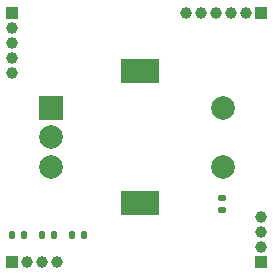
<source format=gbs>
%TF.GenerationSoftware,KiCad,Pcbnew,9.0.5-1.fc42*%
%TF.CreationDate,2025-12-03T04:58:23+01:00*%
%TF.ProjectId,Block-RotaryEncoder-Button,426c6f63-6b2d-4526-9f74-617279456e63,1*%
%TF.SameCoordinates,Original*%
%TF.FileFunction,Soldermask,Bot*%
%TF.FilePolarity,Negative*%
%FSLAX46Y46*%
G04 Gerber Fmt 4.6, Leading zero omitted, Abs format (unit mm)*
G04 Created by KiCad (PCBNEW 9.0.5-1.fc42) date 2025-12-03 04:58:23*
%MOMM*%
%LPD*%
G01*
G04 APERTURE LIST*
G04 Aperture macros list*
%AMRoundRect*
0 Rectangle with rounded corners*
0 $1 Rounding radius*
0 $2 $3 $4 $5 $6 $7 $8 $9 X,Y pos of 4 corners*
0 Add a 4 corners polygon primitive as box body*
4,1,4,$2,$3,$4,$5,$6,$7,$8,$9,$2,$3,0*
0 Add four circle primitives for the rounded corners*
1,1,$1+$1,$2,$3*
1,1,$1+$1,$4,$5*
1,1,$1+$1,$6,$7*
1,1,$1+$1,$8,$9*
0 Add four rect primitives between the rounded corners*
20,1,$1+$1,$2,$3,$4,$5,0*
20,1,$1+$1,$4,$5,$6,$7,0*
20,1,$1+$1,$6,$7,$8,$9,0*
20,1,$1+$1,$8,$9,$2,$3,0*%
G04 Aperture macros list end*
%ADD10R,2.000000X2.000000*%
%ADD11C,2.000000*%
%ADD12R,3.200000X2.000000*%
%ADD13R,1.000000X1.000000*%
%ADD14C,1.000000*%
%ADD15RoundRect,0.135000X0.135000X0.185000X-0.135000X0.185000X-0.135000X-0.185000X0.135000X-0.185000X0*%
%ADD16RoundRect,0.135000X-0.185000X0.135000X-0.185000X-0.135000X0.185000X-0.135000X0.185000X0.135000X0*%
G04 APERTURE END LIST*
D10*
%TO.C,SW1*%
X131815000Y-111165000D03*
D11*
X131815000Y-116165000D03*
X131815000Y-113665000D03*
D12*
X139315000Y-108065000D03*
X139315000Y-119265000D03*
D11*
X146315000Y-116165000D03*
X146315000Y-111165000D03*
%TD*%
D13*
%TO.C,J4*%
X128525000Y-124205000D03*
D14*
X129795000Y-124205000D03*
X131065000Y-124205000D03*
X132335000Y-124205000D03*
%TD*%
D15*
%TO.C,R3*%
X134571200Y-121945400D03*
X133551200Y-121945400D03*
%TD*%
%TO.C,R5*%
X129542000Y-121945400D03*
X128522000Y-121945400D03*
%TD*%
%TO.C,R4*%
X132056600Y-121945400D03*
X131036600Y-121945400D03*
%TD*%
D16*
%TO.C,R2*%
X146304000Y-118793800D03*
X146304000Y-119813800D03*
%TD*%
D13*
%TO.C,J2*%
X149605000Y-124205000D03*
D14*
X149605000Y-122935000D03*
X149605000Y-121665000D03*
X149605000Y-120395000D03*
%TD*%
D13*
%TO.C,J1*%
X128525000Y-103125000D03*
D14*
X128525000Y-104395000D03*
X128525000Y-105665000D03*
X128525000Y-106935000D03*
X128525000Y-108205000D03*
%TD*%
D13*
%TO.C,J3*%
X149605000Y-103125000D03*
D14*
X148335000Y-103125000D03*
X147065000Y-103125000D03*
X145795000Y-103125000D03*
X144525000Y-103125000D03*
X143255000Y-103125000D03*
%TD*%
M02*

</source>
